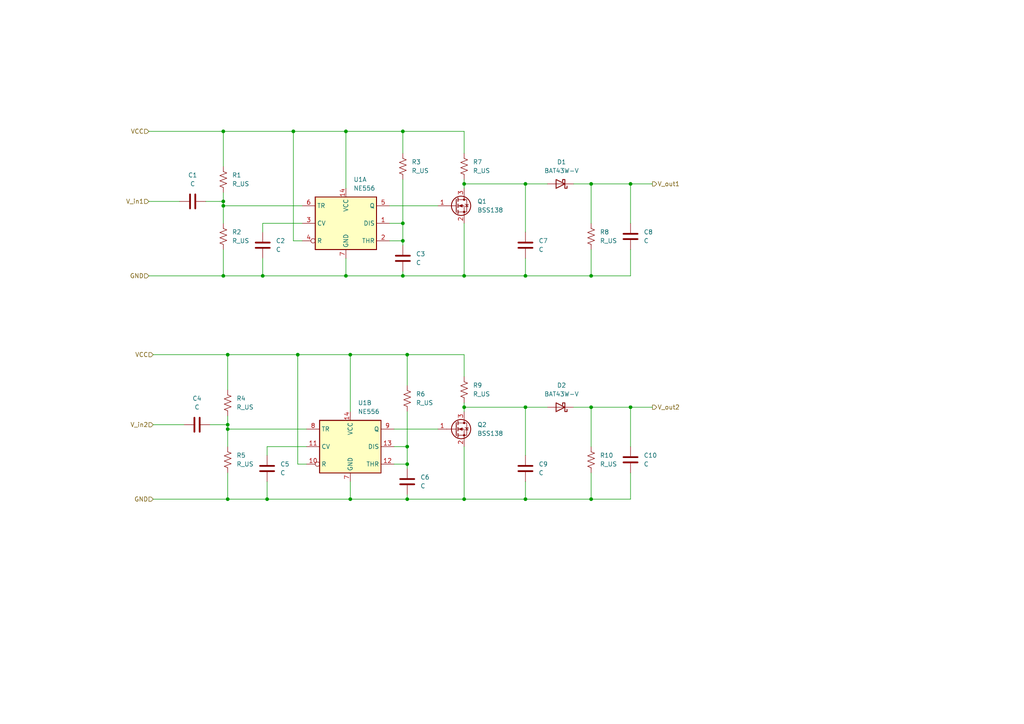
<source format=kicad_sch>
(kicad_sch (version 20231120) (generator "eeschema") (generator_version "8.0")
  (paper "A4")
  (lib_symbols
    (symbol "Device:C" (pin_numbers hide) (pin_names (offset 0.254))
      (property "Reference" "C" (at 0.635 2.54 0))
      (property "Value" "C" (at 0.635 -2.54 0))
      (symbol "C_0_1"
        (polyline (pts (xy -2.032 -0.762) (xy 2.032 -0.762)) (stroke (width 0.508)))
        (polyline (pts (xy -2.032 0.762) (xy 2.032 0.762)) (stroke (width 0.508)))
      )
      (symbol "C_1_1"
        (pin passive line (at 0 3.81 270) (length 2.794) (name "~") (number "1"))
        (pin passive line (at 0 -3.81 90) (length 2.794) (name "~") (number "2"))
      )
    )
    (symbol "Device:R_US" (pin_numbers hide) (pin_names (offset 0))
      (property "Reference" "R" (at 2.54 0 90))
      (property "Value" "R_US" (at -2.54 0 90))
      (symbol "R_US_0_1"
        (polyline (pts (xy 0 -2.286) (xy 0 -2.54)))
        (polyline (pts (xy 0 2.286) (xy 0 2.54)))
        (polyline (pts (xy 0 -0.762) (xy 1.016 -1.143) (xy 0 -1.524) (xy -1.016 -1.905) (xy 0 -2.286)))
        (polyline (pts (xy 0 0.762) (xy 1.016 0.381) (xy 0 0) (xy -1.016 -0.381) (xy 0 -0.762)))
        (polyline (pts (xy 0 2.286) (xy 1.016 1.905) (xy 0 1.524) (xy -1.016 1.143) (xy 0 0.762)))
      )
      (symbol "R_US_1_1"
        (pin passive line (at 0 3.81 270) (length 1.27) (name "~") (number "1"))
        (pin passive line (at 0 -3.81 90) (length 1.27) (name "~") (number "2"))
      )
    )
    (symbol "Diode:BAT43W-V" (pin_numbers hide) (pin_names (offset 1.016) hide)
      (property "Reference" "D" (at 0 2.54 0))
      (property "Value" "BAT43W-V" (at 0 -2.54 0))
      (symbol "BAT43W-V_0_1"
        (polyline (pts (xy 1.27 0) (xy -1.27 0)))
        (polyline (pts (xy 1.27 1.27) (xy 1.27 -1.27) (xy -1.27 0) (xy 1.27 1.27)) (stroke (width 0.254)))
        (polyline (pts (xy -1.905 0.635) (xy -1.905 1.27) (xy -1.27 1.27) (xy -1.27 -1.27) (xy -0.635 -1.27) (xy -0.635 -0.635)) (stroke (width 0.254)))
      )
      (symbol "BAT43W-V_1_1"
        (pin passive line (at -3.81 0 0) (length 2.54) (name "K") (number "1"))
        (pin passive line (at 3.81 0 180) (length 2.54) (name "A") (number "2"))
      )
    )
    (symbol "Timer:NE556"
      (property "Reference" "U" (at -10.16 8.89 0))
      (property "Value" "NE556" (at -10.16 -8.89 0))
      (symbol "NE556_0_0"
        (pin power_in line (at 0 10.16 270) (length 2.54) (name "VCC") (number "14"))
        (pin power_in line (at 0 -10.16 90) (length 2.54) (name "GND") (number "7"))
      )
      (symbol "NE556_0_1"
        (rectangle (start -8.89 -7.62) (end 8.89 7.62) (stroke (width 0.254)) (fill (type background)))
        (rectangle (start -8.89 -7.62) (end 8.89 7.62) (stroke (width 0.254)) (fill (type background)))
      )
      (symbol "NE556_1_1"
        (pin input line (at 12.7 0 180) (length 3.81) (name "DIS") (number "1"))
        (pin input line (at 12.7 -5.08 180) (length 3.81) (name "THR") (number "2"))
        (pin input line (at -12.7 0 0) (length 3.81) (name "CV") (number "3"))
        (pin input inverted (at -12.7 -5.08 0) (length 3.81) (name "R") (number "4"))
        (pin output line (at 12.7 5.08 180) (length 3.81) (name "Q") (number "5"))
        (pin input line (at -12.7 5.08 0) (length 3.81) (name "TR") (number "6"))
      )
      (symbol "NE556_2_1"
        (pin input inverted (at -12.7 -5.08 0) (length 3.81) (name "R") (number "10"))
        (pin input line (at -12.7 0 0) (length 3.81) (name "CV") (number "11"))
        (pin input line (at 12.7 -5.08 180) (length 3.81) (name "THR") (number "12"))
        (pin input line (at 12.7 0 180) (length 3.81) (name "DIS") (number "13"))
        (pin input line (at -12.7 5.08 0) (length 3.81) (name "TR") (number "8"))
        (pin output line (at 12.7 5.08 180) (length 3.81) (name "Q") (number "9"))
      )
    )
    (symbol "Transistor_FET:BSS138" (pin_names hide)
      (property "Reference" "Q" (at 5.08 1.905 0))
      (property "Value" "BSS138" (at 5.08 0 0))
      (symbol "BSS138_0_1"
        (polyline (pts (xy 0.254 0) (xy -2.54 0)))
        (polyline (pts (xy 0.254 1.905) (xy 0.254 -1.905)) (stroke (width 0.254)))
        (polyline (pts (xy 0.762 -1.27) (xy 0.762 -2.286)) (stroke (width 0.254)))
        (polyline (pts (xy 0.762 0.508) (xy 0.762 -0.508)) (stroke (width 0.254)))
        (polyline (pts (xy 0.762 2.286) (xy 0.762 1.27)) (stroke (width 0.254)))
        (polyline (pts (xy 2.54 2.54) (xy 2.54 1.778)))
        (polyline (pts (xy 2.54 -2.54) (xy 2.54 0) (xy 0.762 0)))
        (polyline (pts (xy 0.762 -1.778) (xy 3.302 -1.778) (xy 3.302 1.778) (xy 0.762 1.778)))
        (polyline (pts (xy 1.016 0) (xy 2.032 0.381) (xy 2.032 -0.381) (xy 1.016 0)) (fill (type outline)))
        (polyline (pts (xy 2.794 0.508) (xy 2.921 0.381) (xy 3.683 0.381) (xy 3.81 0.254)))
        (polyline (pts (xy 3.302 0.381) (xy 2.921 -0.254) (xy 3.683 -0.254) (xy 3.302 0.381)))
        (circle (center 1.651 0) (radius 2.794) (stroke (width 0.254)))
        (circle (center 2.54 -1.778) (radius 0.254) (fill (type outline)))
        (circle (center 2.54 1.778) (radius 0.254) (fill (type outline)))
      )
      (symbol "BSS138_1_1"
        (pin input line (at -5.08 0 0) (length 2.54) (name "G") (number "1"))
        (pin passive line (at 2.54 -5.08 90) (length 2.54) (name "S") (number "2"))
        (pin passive line (at 2.54 5.08 270) (length 2.54) (name "D") (number "3"))
      )
    )
  )
  (junction (at 64.77 38.1))
  (junction (at 118.11 134.62))
  (junction (at 66.04 144.78))
  (junction (at 134.62 118.11))
  (junction (at 152.4 144.78))
  (junction (at 66.04 124.46))
  (junction (at 101.6 102.87))
  (junction (at 116.84 38.1))
  (junction (at 182.88 53.34))
  (junction (at 118.11 144.78))
  (junction (at 152.4 118.11))
  (junction (at 64.77 59.69))
  (junction (at 64.77 80.01))
  (junction (at 116.84 80.01))
  (junction (at 182.88 118.11))
  (junction (at 171.45 144.78))
  (junction (at 134.62 144.78))
  (junction (at 85.09 38.1))
  (junction (at 171.45 118.11))
  (junction (at 118.11 129.54))
  (junction (at 152.4 53.34))
  (junction (at 100.33 38.1))
  (junction (at 101.6 144.78))
  (junction (at 116.84 64.77))
  (junction (at 77.47 144.78))
  (junction (at 64.77 58.42))
  (junction (at 134.62 80.01))
  (junction (at 171.45 53.34))
  (junction (at 171.45 80.01))
  (junction (at 134.62 53.34))
  (junction (at 66.04 123.19))
  (junction (at 118.11 102.87))
  (junction (at 116.84 69.85))
  (junction (at 76.2 80.01))
  (junction (at 152.4 80.01))
  (junction (at 86.36 102.87))
  (junction (at 66.04 102.87))
  (junction (at 100.33 80.01))
  (wire (pts (xy 64.77 58.42) (xy 64.77 59.69)))
  (wire (pts (xy 116.84 78.74) (xy 116.84 80.01)))
  (wire (pts (xy 85.09 38.1) (xy 85.09 69.85)))
  (wire (pts (xy 134.62 102.87) (xy 134.62 109.22)))
  (wire (pts (xy 118.11 119.38) (xy 118.11 129.54)))
  (wire (pts (xy 60.96 123.19) (xy 66.04 123.19)))
  (wire (pts (xy 116.84 64.77) (xy 116.84 69.85)))
  (wire (pts (xy 85.09 38.1) (xy 100.33 38.1)))
  (wire (pts (xy 116.84 80.01) (xy 134.62 80.01)))
  (wire (pts (xy 134.62 53.34) (xy 134.62 54.61)))
  (wire (pts (xy 64.77 38.1) (xy 64.77 48.26)))
  (wire (pts (xy 116.84 52.07) (xy 116.84 64.77)))
  (wire (pts (xy 44.45 123.19) (xy 53.34 123.19)))
  (wire (pts (xy 134.62 118.11) (xy 134.62 119.38)))
  (wire (pts (xy 118.11 144.78) (xy 134.62 144.78)))
  (wire (pts (xy 66.04 144.78) (xy 77.47 144.78)))
  (wire (pts (xy 171.45 118.11) (xy 171.45 129.54)))
  (wire (pts (xy 113.03 64.77) (xy 116.84 64.77)))
  (wire (pts (xy 152.4 80.01) (xy 171.45 80.01)))
  (wire (pts (xy 152.4 74.93) (xy 152.4 80.01)))
  (wire (pts (xy 64.77 80.01) (xy 76.2 80.01)))
  (wire (pts (xy 76.2 74.93) (xy 76.2 80.01)))
  (wire (pts (xy 77.47 129.54) (xy 77.47 132.08)))
  (wire (pts (xy 66.04 124.46) (xy 66.04 129.54)))
  (wire (pts (xy 64.77 38.1) (xy 85.09 38.1)))
  (wire (pts (xy 66.04 120.65) (xy 66.04 123.19)))
  (wire (pts (xy 59.69 58.42) (xy 64.77 58.42)))
  (wire (pts (xy 66.04 137.16) (xy 66.04 144.78)))
  (wire (pts (xy 182.88 118.11) (xy 189.23 118.11)))
  (wire (pts (xy 86.36 102.87) (xy 101.6 102.87)))
  (wire (pts (xy 77.47 144.78) (xy 101.6 144.78)))
  (wire (pts (xy 182.88 53.34) (xy 182.88 64.77)))
  (wire (pts (xy 118.11 134.62) (xy 118.11 135.89)))
  (wire (pts (xy 134.62 116.84) (xy 134.62 118.11)))
  (wire (pts (xy 100.33 38.1) (xy 100.33 54.61)))
  (wire (pts (xy 43.18 58.42) (xy 52.07 58.42)))
  (wire (pts (xy 101.6 102.87) (xy 101.6 119.38)))
  (wire (pts (xy 134.62 52.07) (xy 134.62 53.34)))
  (wire (pts (xy 114.3 124.46) (xy 127 124.46)))
  (wire (pts (xy 116.84 69.85) (xy 116.84 71.12)))
  (wire (pts (xy 44.45 102.87) (xy 66.04 102.87)))
  (wire (pts (xy 43.18 80.01) (xy 64.77 80.01)))
  (wire (pts (xy 171.45 72.39) (xy 171.45 80.01)))
  (wire (pts (xy 182.88 72.39) (xy 182.88 80.01)))
  (wire (pts (xy 76.2 80.01) (xy 100.33 80.01)))
  (wire (pts (xy 113.03 59.69) (xy 127 59.69)))
  (wire (pts (xy 100.33 74.93) (xy 100.33 80.01)))
  (wire (pts (xy 134.62 129.54) (xy 134.62 144.78)))
  (wire (pts (xy 76.2 64.77) (xy 87.63 64.77)))
  (wire (pts (xy 134.62 53.34) (xy 152.4 53.34)))
  (wire (pts (xy 113.03 69.85) (xy 116.84 69.85)))
  (wire (pts (xy 64.77 72.39) (xy 64.77 80.01)))
  (wire (pts (xy 171.45 80.01) (xy 182.88 80.01)))
  (wire (pts (xy 171.45 137.16) (xy 171.45 144.78)))
  (wire (pts (xy 87.63 59.69) (xy 64.77 59.69)))
  (wire (pts (xy 118.11 129.54) (xy 118.11 134.62)))
  (wire (pts (xy 152.4 53.34) (xy 152.4 67.31)))
  (wire (pts (xy 86.36 102.87) (xy 86.36 134.62)))
  (wire (pts (xy 118.11 102.87) (xy 118.11 111.76)))
  (wire (pts (xy 101.6 144.78) (xy 118.11 144.78)))
  (wire (pts (xy 43.18 38.1) (xy 64.77 38.1)))
  (wire (pts (xy 86.36 134.62) (xy 88.9 134.62)))
  (wire (pts (xy 171.45 53.34) (xy 171.45 64.77)))
  (wire (pts (xy 100.33 80.01) (xy 116.84 80.01)))
  (wire (pts (xy 116.84 38.1) (xy 134.62 38.1)))
  (wire (pts (xy 64.77 59.69) (xy 64.77 64.77)))
  (wire (pts (xy 166.37 53.34) (xy 171.45 53.34)))
  (wire (pts (xy 182.88 137.16) (xy 182.88 144.78)))
  (wire (pts (xy 152.4 118.11) (xy 158.75 118.11)))
  (wire (pts (xy 134.62 118.11) (xy 152.4 118.11)))
  (wire (pts (xy 152.4 118.11) (xy 152.4 132.08)))
  (wire (pts (xy 101.6 102.87) (xy 118.11 102.87)))
  (wire (pts (xy 152.4 139.7) (xy 152.4 144.78)))
  (wire (pts (xy 100.33 38.1) (xy 116.84 38.1)))
  (wire (pts (xy 66.04 123.19) (xy 66.04 124.46)))
  (wire (pts (xy 134.62 80.01) (xy 152.4 80.01)))
  (wire (pts (xy 85.09 69.85) (xy 87.63 69.85)))
  (wire (pts (xy 116.84 38.1) (xy 116.84 44.45)))
  (wire (pts (xy 64.77 55.88) (xy 64.77 58.42)))
  (wire (pts (xy 171.45 53.34) (xy 182.88 53.34)))
  (wire (pts (xy 88.9 124.46) (xy 66.04 124.46)))
  (wire (pts (xy 118.11 102.87) (xy 134.62 102.87)))
  (wire (pts (xy 134.62 64.77) (xy 134.62 80.01)))
  (wire (pts (xy 66.04 102.87) (xy 86.36 102.87)))
  (wire (pts (xy 77.47 129.54) (xy 88.9 129.54)))
  (wire (pts (xy 44.45 144.78) (xy 66.04 144.78)))
  (wire (pts (xy 152.4 53.34) (xy 158.75 53.34)))
  (wire (pts (xy 118.11 143.51) (xy 118.11 144.78)))
  (wire (pts (xy 101.6 139.7) (xy 101.6 144.78)))
  (wire (pts (xy 114.3 129.54) (xy 118.11 129.54)))
  (wire (pts (xy 134.62 144.78) (xy 152.4 144.78)))
  (wire (pts (xy 182.88 118.11) (xy 182.88 129.54)))
  (wire (pts (xy 166.37 118.11) (xy 171.45 118.11)))
  (wire (pts (xy 114.3 134.62) (xy 118.11 134.62)))
  (wire (pts (xy 76.2 64.77) (xy 76.2 67.31)))
  (wire (pts (xy 171.45 118.11) (xy 182.88 118.11)))
  (wire (pts (xy 152.4 144.78) (xy 171.45 144.78)))
  (wire (pts (xy 66.04 102.87) (xy 66.04 113.03)))
  (wire (pts (xy 182.88 53.34) (xy 189.23 53.34)))
  (wire (pts (xy 134.62 38.1) (xy 134.62 44.45)))
  (wire (pts (xy 171.45 144.78) (xy 182.88 144.78)))
  (wire (pts (xy 77.47 139.7) (xy 77.47 144.78)))
  (hierarchical_label "VCC" (shape input) (at 43.18 38.1 180))
  (hierarchical_label "GND" (shape input) (at 44.45 144.78 180))
  (hierarchical_label "V_out2" (shape output) (at 189.23 118.11 0))
  (hierarchical_label "V_out1" (shape output) (at 189.23 53.34 0))
  (hierarchical_label "GND" (shape input) (at 43.18 80.01 180))
  (hierarchical_label "V_in1" (shape input) (at 43.18 58.42 180))
  (hierarchical_label "V_in2" (shape input) (at 44.45 123.19 180))
  (hierarchical_label "VCC" (shape input) (at 44.45 102.87 180))
  (symbol (lib_id "Transistor_FET:BSS138") (at 132.08 59.69 0) (unit 1)
    (property "Reference" "Q1" (at 138.43 58.4199 0) (effects (justify left)))
    (property "Value" "BSS138" (at 138.43 60.9599 0) (effects (justify left)))
    (property "Footprint" "Package_TO_SOT_SMD:SOT-23" (effects (hide yes)))
    (property "Datasheet" "https://www.onsemi.com/pub/Collateral/BSS138-D.PDF" (effects (hide yes)))
    (property "Description" "50V Vds, 0.22A Id, N-Channel MOSFET, SOT-23" (effects (hide yes)))
  )
  (symbol (lib_id "Device:R_US") (at 64.77 68.58 0) (unit 1)
    (property "Reference" "R2" (at 67.31 67.3099 0) (effects (justify left)))
    (property "Value" "R_US" (at 67.31 69.8499 0) (effects (justify left)))
    (property "Description" "Resistor, US symbol" (effects (hide yes)))
  )
  (symbol (lib_id "Transistor_FET:BSS138") (at 132.08 124.46 0) (unit 1)
    (property "Reference" "Q2" (at 138.43 123.1899 0) (effects (justify left)))
    (property "Value" "BSS138" (at 138.43 125.7299 0) (effects (justify left)))
    (property "Footprint" "Package_TO_SOT_SMD:SOT-23" (effects (hide yes)))
    (property "Datasheet" "https://www.onsemi.com/pub/Collateral/BSS138-D.PDF" (effects (hide yes)))
    (property "Description" "50V Vds, 0.22A Id, N-Channel MOSFET, SOT-23" (effects (hide yes)))
  )
  (symbol (lib_id "Device:C") (at 118.11 139.7 180) (unit 1)
    (property "Reference" "C6" (at 121.92 138.4299 0) (effects (justify right)))
    (property "Value" "C" (at 121.92 140.9699 0) (effects (justify right)))
    (property "Description" "Unpolarized capacitor" (effects (hide yes)))
  )
  (symbol (lib_id "Timer:NE556") (at 101.6 129.54 0) (unit 2)
    (property "Reference" "U1" (at 103.7941 116.84 0) (effects (justify left)))
    (property "Value" "NE556" (at 103.7941 119.38 0) (effects (justify left)))
    (property "Datasheet" "http://www.ti.com/lit/ds/symlink/ne556.pdf" (effects (hide yes)))
    (property "Description" "Dual Precision Timers, DIP-14/SOIC-14" (effects (hide yes)))
  )
  (symbol (lib_id "Device:R_US") (at 66.04 133.35 0) (unit 1)
    (property "Reference" "R5" (at 68.58 132.0799 0) (effects (justify left)))
    (property "Value" "R_US" (at 68.58 134.6199 0) (effects (justify left)))
    (property "Description" "Resistor, US symbol" (effects (hide yes)))
  )
  (symbol (lib_id "Device:C") (at 152.4 71.12 180) (unit 1)
    (property "Reference" "C7" (at 156.21 69.8499 0) (effects (justify right)))
    (property "Value" "C" (at 156.21 72.3899 0) (effects (justify right)))
    (property "Description" "Unpolarized capacitor" (effects (hide yes)))
  )
  (symbol (lib_id "Device:C") (at 76.2 71.12 180) (unit 1)
    (property "Reference" "C2" (at 80.01 69.8499 0) (effects (justify right)))
    (property "Value" "C" (at 80.01 72.3899 0) (effects (justify right)))
    (property "Description" "Unpolarized capacitor" (effects (hide yes)))
  )
  (symbol (lib_id "Device:C") (at 152.4 135.89 180) (unit 1)
    (property "Reference" "C9" (at 156.21 134.6199 0) (effects (justify right)))
    (property "Value" "C" (at 156.21 137.1599 0) (effects (justify right)))
    (property "Description" "Unpolarized capacitor" (effects (hide yes)))
  )
  (symbol (lib_id "Device:R_US") (at 64.77 52.07 0) (unit 1)
    (property "Reference" "R1" (at 67.31 50.7999 0) (effects (justify left)))
    (property "Value" "R_US" (at 67.31 53.3399 0) (effects (justify left)))
    (property "Description" "Resistor, US symbol" (effects (hide yes)))
  )
  (symbol (lib_id "Device:R_US") (at 116.84 48.26 0) (unit 1)
    (property "Reference" "R3" (at 119.38 46.9899 0) (effects (justify left)))
    (property "Value" "R_US" (at 119.38 49.5299 0) (effects (justify left)))
    (property "Description" "Resistor, US symbol" (effects (hide yes)))
  )
  (symbol (lib_id "Diode:BAT43W-V") (at 162.56 53.34 180) (unit 1)
    (property "Reference" "D1" (at 162.8775 46.99 0))
    (property "Value" "BAT43W-V" (at 162.8775 49.53 0))
    (property "Footprint" "Diode_SMD:D_SOD-123" (effects (hide yes)))
    (property "Datasheet" "http://www.vishay.com/docs/85660/bat42.pdf" (effects (hide yes)))
    (property "Description" "30V 0.2A Small Signal Schottky diode, SOD-123" (effects (hide yes)))
  )
  (symbol (lib_id "Device:C") (at 182.88 68.58 180) (unit 1)
    (property "Reference" "C8" (at 186.69 67.3099 0) (effects (justify right)))
    (property "Value" "C" (at 186.69 69.8499 0) (effects (justify right)))
    (property "Description" "Unpolarized capacitor" (effects (hide yes)))
  )
  (symbol (lib_id "Device:R_US") (at 171.45 68.58 0) (unit 1)
    (property "Reference" "R8" (at 173.99 67.3099 0) (effects (justify left)))
    (property "Value" "R_US" (at 173.99 69.8499 0) (effects (justify left)))
    (property "Description" "Resistor, US symbol" (effects (hide yes)))
  )
  (symbol (lib_id "Device:R_US") (at 134.62 113.03 0) (unit 1)
    (property "Reference" "R9" (at 137.16 111.7599 0) (effects (justify left)))
    (property "Value" "R_US" (at 137.16 114.2999 0) (effects (justify left)))
    (property "Description" "Resistor, US symbol" (effects (hide yes)))
  )
  (symbol (lib_id "Device:C") (at 182.88 133.35 180) (unit 1)
    (property "Reference" "C10" (at 186.69 132.0799 0) (effects (justify right)))
    (property "Value" "C" (at 186.69 134.6199 0) (effects (justify right)))
    (property "Description" "Unpolarized capacitor" (effects (hide yes)))
  )
  (symbol (lib_id "Device:R_US") (at 134.62 48.26 0) (unit 1)
    (property "Reference" "R7" (at 137.16 46.9899 0) (effects (justify left)))
    (property "Value" "R_US" (at 137.16 49.5299 0) (effects (justify left)))
    (property "Description" "Resistor, US symbol" (effects (hide yes)))
  )
  (symbol (lib_id "Device:C") (at 57.15 123.19 90) (unit 1)
    (property "Reference" "C4" (at 57.15 115.57 90))
    (property "Value" "C" (at 57.15 118.11 90))
    (property "Description" "Unpolarized capacitor" (effects (hide yes)))
  )
  (symbol (lib_id "Timer:NE556") (at 100.33 64.77 0) (unit 1)
    (property "Reference" "U1" (at 102.5241 52.07 0) (effects (justify left)))
    (property "Value" "NE556" (at 102.5241 54.61 0) (effects (justify left)))
    (property "Datasheet" "http://www.ti.com/lit/ds/symlink/ne556.pdf" (effects (hide yes)))
    (property "Description" "Dual Precision Timers, DIP-14/SOIC-14" (effects (hide yes)))
  )
  (symbol (lib_id "Device:R_US") (at 171.45 133.35 0) (unit 1)
    (property "Reference" "R10" (at 173.99 132.0799 0) (effects (justify left)))
    (property "Value" "R_US" (at 173.99 134.6199 0) (effects (justify left)))
    (property "Description" "Resistor, US symbol" (effects (hide yes)))
  )
  (symbol (lib_id "Device:R_US") (at 118.11 115.57 0) (unit 1)
    (property "Reference" "R6" (at 120.65 114.2999 0) (effects (justify left)))
    (property "Value" "R_US" (at 120.65 116.8399 0) (effects (justify left)))
    (property "Description" "Resistor, US symbol" (effects (hide yes)))
  )
  (symbol (lib_id "Device:C") (at 77.47 135.89 180) (unit 1)
    (property "Reference" "C5" (at 81.28 134.6199 0) (effects (justify right)))
    (property "Value" "C" (at 81.28 137.1599 0) (effects (justify right)))
    (property "Description" "Unpolarized capacitor" (effects (hide yes)))
  )
  (symbol (lib_id "Diode:BAT43W-V") (at 162.56 118.11 180) (unit 1)
    (property "Reference" "D2" (at 162.8775 111.76 0))
    (property "Value" "BAT43W-V" (at 162.8775 114.3 0))
    (property "Footprint" "Diode_SMD:D_SOD-123" (effects (hide yes)))
    (property "Datasheet" "http://www.vishay.com/docs/85660/bat42.pdf" (effects (hide yes)))
    (property "Description" "30V 0.2A Small Signal Schottky diode, SOD-123" (effects (hide yes)))
  )
  (symbol (lib_id "Device:R_US") (at 66.04 116.84 0) (unit 1)
    (property "Reference" "R4" (at 68.58 115.5699 0) (effects (justify left)))
    (property "Value" "R_US" (at 68.58 118.1099 0) (effects (justify left)))
    (property "Description" "Resistor, US symbol" (effects (hide yes)))
  )
  (symbol (lib_id "Device:C") (at 116.84 74.93 180) (unit 1)
    (property "Reference" "C3" (at 120.65 73.6599 0) (effects (justify right)))
    (property "Value" "C" (at 120.65 76.1999 0) (effects (justify right)))
    (property "Description" "Unpolarized capacitor" (effects (hide yes)))
  )
  (symbol (lib_id "Device:C") (at 55.88 58.42 90) (unit 1)
    (property "Reference" "C1" (at 55.88 50.8 90))
    (property "Value" "C" (at 55.88 53.34 90))
    (property "Description" "Unpolarized capacitor" (effects (hide yes)))
  )
)
</source>
